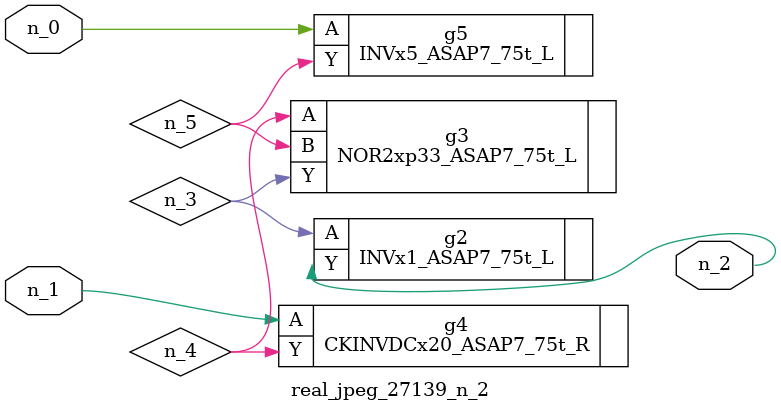
<source format=v>
module real_jpeg_27139_n_2 (n_1, n_0, n_2);

input n_1;
input n_0;

output n_2;

wire n_5;
wire n_4;
wire n_3;

INVx5_ASAP7_75t_L g5 ( 
.A(n_0),
.Y(n_5)
);

CKINVDCx20_ASAP7_75t_R g4 ( 
.A(n_1),
.Y(n_4)
);

INVx1_ASAP7_75t_L g2 ( 
.A(n_3),
.Y(n_2)
);

NOR2xp33_ASAP7_75t_L g3 ( 
.A(n_4),
.B(n_5),
.Y(n_3)
);


endmodule
</source>
